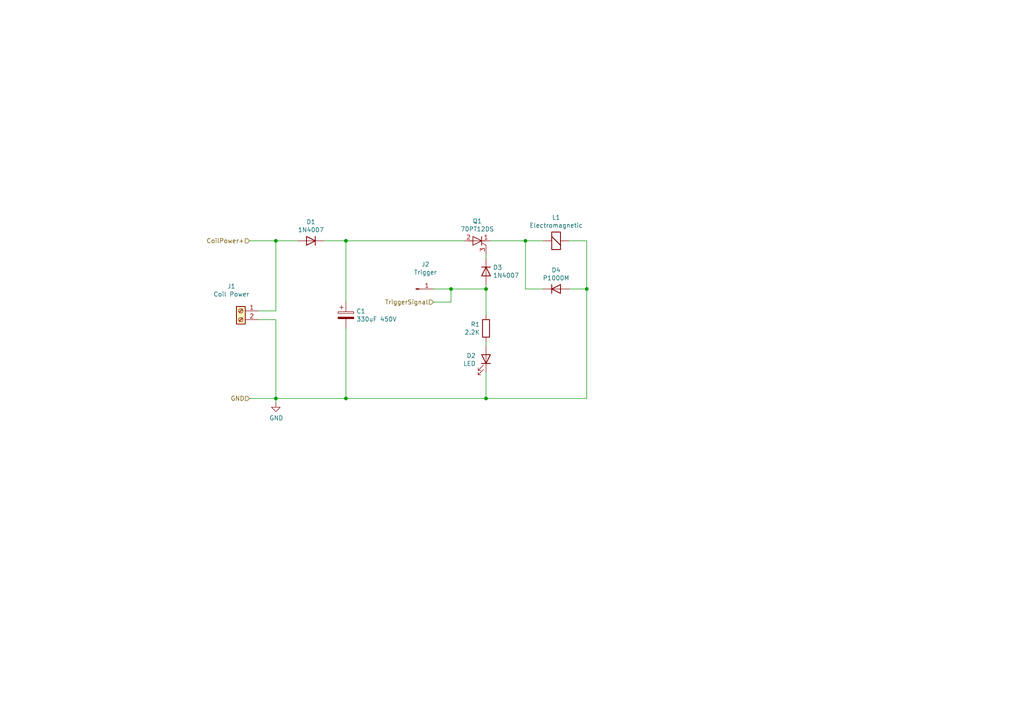
<source format=kicad_sch>
(kicad_sch (version 20211123) (generator eeschema)
  (paper "A4")
  (title_block (title "Coil Stage") (date "2021-05-20") (rev "1"))
  (lib_symbols
    (symbol "Device:C_Polarized" (pin_numbers hide) (pin_names (offset 0.254))
      (property "Reference" "C" (at 0.635 2.54 0))
      (property "Value" "C_Polarized" (at 0.635 -2.54 0))
      (symbol "C_Polarized_0_1"
        (rectangle (start -2.286 0.508) (end 2.286 1.016))
        (polyline (pts (xy -1.778 2.286) (xy -0.762 2.286)))
        (polyline (pts (xy -1.27 2.794) (xy -1.27 1.778)))
        (rectangle (start 2.286 -0.508) (end -2.286 -1.016) (fill (type outline)))
      )
      (symbol "C_Polarized_1_1"
        (pin passive line (at 0 3.81 270) (length 2.794) (name "~") (number "1"))
        (pin passive line (at 0 -3.81 90) (length 2.794) (name "~") (number "2"))
      )
    )
    (symbol "CoilStage-rescue:Electromagnetic_Actor-Device" (pin_numbers hide) (pin_names (offset 0.0254) hide)
      (property "Reference" "L" (at 1.27 3.81 0))
      (property "Value" "Electromagnetic_Actor-Device" (at 1.27 -1.27 0))
      (symbol "Electromagnetic_Actor-Device_0_1"
        (rectangle (start -2.54 2.54) (end 2.54 0) (stroke (width 0.254)))
        (polyline (pts (xy -1.27 2.54) (xy 1.27 0)) (stroke (width 0.254)))
      )
      (symbol "Electromagnetic_Actor-Device_1_1"
        (pin passive line (at 0 5.08 270) (length 2.54) (name "-") (number "1"))
        (pin passive line (at 0 -2.54 90) (length 2.54) (name "+") (number "2"))
      )
    )
    (symbol "Connector:Conn_01x01_Male" (pin_names (offset 1.016) hide)
      (property "Reference" "J" (at 0 2.54 0))
      (property "Value" "Conn_01x01_Male" (at 0 -2.54 0))
      (symbol "Conn_01x01_Male_1_1"
        (polyline (pts (xy 1.27 0) (xy 0.8636 0)) (stroke (width 0.1524)))
        (rectangle (start 0.8636 0.127) (end 0 -0.127) (stroke (width 0.1524)) (fill (type outline)))
        (pin passive line (at 5.08 0 180) (length 3.81) (name "Pin_1") (number "1"))
      )
    )
    (symbol "Connector:Screw_Terminal_01x02" (pin_names (offset 1.016) hide)
      (property "Reference" "J" (at 0 2.54 0))
      (property "Value" "Screw_Terminal_01x02" (at 0 -5.08 0))
      (symbol "Screw_Terminal_01x02_1_1"
        (rectangle (start -1.27 1.27) (end 1.27 -3.81) (stroke (width 0.254)) (fill (type background)))
        (circle (center 0 -2.54) (radius 0.635) (stroke (width 0.1524)))
        (polyline (pts (xy -0.5334 -2.2098) (xy 0.3302 -3.048)) (stroke (width 0.1524)))
        (polyline (pts (xy -0.5334 0.3302) (xy 0.3302 -0.508)) (stroke (width 0.1524)))
        (polyline (pts (xy -0.3556 -2.032) (xy 0.508 -2.8702)) (stroke (width 0.1524)))
        (polyline (pts (xy -0.3556 0.508) (xy 0.508 -0.3302)) (stroke (width 0.1524)))
        (circle (center 0 0) (radius 0.635) (stroke (width 0.1524)))
        (pin passive line (at -5.08 0 0) (length 3.81) (name "Pin_1") (number "1"))
        (pin passive line (at -5.08 -2.54 0) (length 3.81) (name "Pin_2") (number "2"))
      )
    )
    (symbol "Device:D" (pin_numbers hide) (pin_names (offset 1.016) hide)
      (property "Reference" "D" (at 0 2.54 0))
      (property "Value" "D" (at 0 -2.54 0))
      (symbol "D_0_1"
        (polyline (pts (xy -1.27 1.27) (xy -1.27 -1.27)) (stroke (width 0.254)))
        (polyline (pts (xy 1.27 0) (xy -1.27 0)))
        (polyline (pts (xy 1.27 1.27) (xy 1.27 -1.27) (xy -1.27 0) (xy 1.27 1.27)) (stroke (width 0.254)))
      )
      (symbol "D_1_1"
        (pin passive line (at -3.81 0 0) (length 2.54) (name "K") (number "1"))
        (pin passive line (at 3.81 0 180) (length 2.54) (name "A") (number "2"))
      )
    )
    (symbol "Device:LED" (pin_numbers hide) (pin_names (offset 1.016) hide)
      (property "Reference" "D" (at 0 2.54 0))
      (property "Value" "LED" (at 0 -2.54 0))
      (symbol "LED_0_1"
        (polyline (pts (xy -1.27 -1.27) (xy -1.27 1.27)) (stroke (width 0.254)))
        (polyline (pts (xy -1.27 0) (xy 1.27 0)))
        (polyline (pts (xy 1.27 -1.27) (xy 1.27 1.27) (xy -1.27 0) (xy 1.27 -1.27)) (stroke (width 0.254)))
        (polyline (pts (xy -3.048 -0.762) (xy -4.572 -2.286) (xy -3.81 -2.286) (xy -4.572 -2.286) (xy -4.572 -1.524)))
        (polyline (pts (xy -1.778 -0.762) (xy -3.302 -2.286) (xy -2.54 -2.286) (xy -3.302 -2.286) (xy -3.302 -1.524)))
      )
      (symbol "LED_1_1"
        (pin passive line (at -3.81 0 0) (length 2.54) (name "K") (number "1"))
        (pin passive line (at 3.81 0 180) (length 2.54) (name "A") (number "2"))
      )
    )
    (symbol "Device:Q_SCR_KAG" (pin_names (offset 0) hide)
      (property "Reference" "D" (at 1.905 0.635 0))
      (property "Value" "Q_SCR_KAG" (at 1.905 -1.27 0))
      (symbol "Q_SCR_KAG_0_1"
        (polyline (pts (xy -1.27 -2.54) (xy -0.635 -1.27)))
        (polyline (pts (xy -1.27 -1.27) (xy 1.27 -1.27)) (stroke (width 0.2032)))
        (polyline (pts (xy 0 -2.54) (xy 0 2.54)))
        (polyline (pts (xy -1.27 1.27) (xy 1.27 1.27) (xy 0 -1.27) (xy -1.27 1.27)) (stroke (width 0.2032)))
      )
      (symbol "Q_SCR_KAG_1_1"
        (pin passive line (at 0 -3.81 90) (length 2.54) (name "K") (number "1"))
        (pin passive line (at 0 3.81 270) (length 2.54) (name "A") (number "2"))
        (pin input line (at -3.81 -2.54 0) (length 2.54) (name "G") (number "3"))
      )
    )
    (symbol "Device:R" (pin_numbers hide) (pin_names (offset 0))
      (property "Reference" "R" (at 2.032 0 90))
      (property "Value" "R" (at 0 0 90))
      (symbol "R_0_1"
        (rectangle (start -1.016 -2.54) (end 1.016 2.54) (stroke (width 0.254)))
      )
      (symbol "R_1_1"
        (pin passive line (at 0 3.81 270) (length 1.27) (name "~") (number "1"))
        (pin passive line (at 0 -3.81 90) (length 1.27) (name "~") (number "2"))
      )
    )
    (symbol "Diode:1N4007" (pin_numbers hide) (pin_names (offset 1.016) hide)
      (property "Reference" "D" (at 0 2.54 0))
      (property "Value" "1N4007" (at 0 -2.54 0))
      (symbol "1N4007_0_1"
        (polyline (pts (xy -1.27 1.27) (xy -1.27 -1.27)) (stroke (width 0.254)))
        (polyline (pts (xy 1.27 0) (xy -1.27 0)))
        (polyline (pts (xy 1.27 1.27) (xy 1.27 -1.27) (xy -1.27 0) (xy 1.27 1.27)) (stroke (width 0.254)))
      )
      (symbol "1N4007_1_1"
        (pin passive line (at -3.81 0 0) (length 2.54) (name "K") (number "1"))
        (pin passive line (at 3.81 0 180) (length 2.54) (name "A") (number "2"))
      )
    )
    (symbol "power:GND" (power) (pin_names (offset 0))
      (property "Value" "GND" (at 0 -3.81 0))
      (symbol "GND_0_1"
        (polyline (pts (xy 0 0) (xy 0 -1.27) (xy 1.27 -1.27) (xy 0 -2.54) (xy -1.27 -1.27) (xy 0 -1.27)))
      )
      (symbol "GND_1_1"
        (pin power_in line (at 0 0 270) (length 0) hide (name "GND") (number "1"))
      )
    )
  )
  (junction (at 130.81 83.82))
  (junction (at 80.01 115.57))
  (junction (at 140.97 115.57))
  (junction (at 140.97 83.82))
  (junction (at 100.33 69.85))
  (junction (at 80.01 69.85))
  (junction (at 152.4 69.85))
  (junction (at 170.18 83.82))
  (junction (at 100.33 115.57))
  (wire (pts (xy 142.24 69.85) (xy 152.4 69.85)))
  (wire (pts (xy 72.39 69.85) (xy 80.01 69.85)))
  (wire (pts (xy 86.36 69.85) (xy 80.01 69.85)))
  (wire (pts (xy 140.97 107.95) (xy 140.97 115.57)))
  (wire (pts (xy 130.81 83.82) (xy 130.81 87.63)))
  (wire (pts (xy 80.01 92.71) (xy 74.93 92.71)))
  (wire (pts (xy 100.33 115.57) (xy 140.97 115.57)))
  (wire (pts (xy 100.33 69.85) (xy 100.33 87.63)))
  (wire (pts (xy 93.98 69.85) (xy 100.33 69.85)))
  (wire (pts (xy 152.4 69.85) (xy 152.4 83.82)))
  (wire (pts (xy 140.97 82.55) (xy 140.97 83.82)))
  (wire (pts (xy 140.97 99.06) (xy 140.97 100.33)))
  (wire (pts (xy 140.97 83.82) (xy 140.97 91.44)))
  (wire (pts (xy 125.73 87.63) (xy 130.81 87.63)))
  (wire (pts (xy 130.81 83.82) (xy 140.97 83.82)))
  (wire (pts (xy 100.33 95.25) (xy 100.33 115.57)))
  (wire (pts (xy 165.1 83.82) (xy 170.18 83.82)))
  (wire (pts (xy 100.33 69.85) (xy 134.62 69.85)))
  (wire (pts (xy 140.97 115.57) (xy 170.18 115.57)))
  (wire (pts (xy 165.1 69.85) (xy 170.18 69.85)))
  (wire (pts (xy 80.01 115.57) (xy 72.39 115.57)))
  (wire (pts (xy 125.73 83.82) (xy 130.81 83.82)))
  (wire (pts (xy 140.97 73.66) (xy 140.97 74.93)))
  (wire (pts (xy 80.01 90.17) (xy 74.93 90.17)))
  (wire (pts (xy 80.01 115.57) (xy 100.33 115.57)))
  (wire (pts (xy 152.4 69.85) (xy 157.48 69.85)))
  (wire (pts (xy 157.48 83.82) (xy 152.4 83.82)))
  (wire (pts (xy 170.18 83.82) (xy 170.18 115.57)))
  (wire (pts (xy 80.01 116.84) (xy 80.01 115.57)))
  (wire (pts (xy 80.01 69.85) (xy 80.01 90.17)))
  (wire (pts (xy 170.18 69.85) (xy 170.18 83.82)))
  (wire (pts (xy 80.01 92.71) (xy 80.01 115.57)))
  (hierarchical_label "TriggerSignal" (shape input) (at 125.73 87.63 180))
  (hierarchical_label "GND" (shape input) (at 72.39 115.57 180))
  (hierarchical_label "CoilPower+" (shape input) (at 72.39 69.85 180))
  (symbol (lib_id "Connector:Screw_Terminal_01x02") (at 69.85 90.17 0) (mirror y) (unit 1)
    (property "Reference" "J1" (at 67.1068 83.0326 0))
    (property "Value" "Coil Power" (at 67.1068 85.344 0))
    (property "Footprint" "TerminalBlock:TerminalBlock_bornier-2_P5.08mm" (effects hide))
  )
  (symbol (lib_id "Device:D") (at 161.29 83.82 0) (unit 1)
    (property "Reference" "D4" (at 161.29 78.3336 0))
    (property "Value" "P1000M" (at 161.29 80.645 0))
    (property "Footprint" "Diode_THT:D_P600_R-6_P12.70mm_Horizontal" (effects hide))
    (property "Datasheet" "https://diotec.com/tl_files/diotec/files/pdf/datasheets/p1000a.pdf" (effects hide))
  )
  (symbol (lib_id "CoilStage-rescue:Electromagnetic_Actor-Device") (at 162.56 69.85 90) (mirror x) (unit 1)
    (property "Reference" "L1" (at 161.29 63.0682 90))
    (property "Value" "Electromagnetic" (at 161.29 65.3796 90))
    (property "Footprint" "TestPoint:TestPoint_2Pads_Pitch5.08mm_Drill1.3mm" (effects hide))
  )
  (symbol (lib_id "Device:C_Polarized") (at 100.33 91.44 0) (unit 1)
    (property "Reference" "C1" (at 103.3272 90.2716 0) (effects (justify left)))
    (property "Value" "330uF 450V" (at 103.3272 92.583 0) (effects (justify left)))
    (property "Footprint" "Capacitor_THT:CP_Radial_D30.0mm_P10.00mm_SnapIn" (effects hide))
  )
  (symbol (lib_id "Device:R") (at 140.97 95.25 0) (mirror y) (unit 1)
    (property "Reference" "R1" (at 139.192 94.0816 0) (effects (justify left)))
    (property "Value" "2.2K" (at 139.192 96.393 0) (effects (justify left)))
    (property "Footprint" "Resistor_THT:R_Axial_DIN0207_L6.3mm_D2.5mm_P7.62mm_Horizontal" (effects hide))
  )
  (symbol (lib_id "Device:LED") (at 140.97 104.14 270) (mirror x) (unit 1)
    (property "Reference" "D2" (at 137.9982 103.1494 90) (effects (justify right)))
    (property "Value" "LED" (at 137.9982 105.4608 90) (effects (justify right)))
    (property "Footprint" "LED_THT:LED_D3.0mm_FlatTop" (effects hide))
  )
  (symbol (lib_id "Connector:Conn_01x01_Male") (at 120.65 83.82 0) (unit 1)
    (property "Reference" "J2" (at 123.3932 76.6826 0))
    (property "Value" "Trigger" (at 123.3932 78.994 0))
    (property "Footprint" "Connector_PinHeader_2.54mm:PinHeader_1x01_P2.54mm_Vertical" (effects hide))
  )
  (symbol (lib_id "Device:Q_SCR_KAG") (at 138.43 69.85 90) (unit 1)
    (property "Reference" "Q1" (at 138.43 64.135 90))
    (property "Value" "70PT12DS" (at 138.43 66.4464 90))
    (property "Footprint" "Package_TO_SOT_THT:TO-247-3_Vertical" (effects hide))
    (property "Datasheet" "https://www.nellsemi.com/archive/doc/product/spe/70PTxxDS%20Series.pdf" (effects hide))
  )
  (symbol (lib_id "power:GND") (at 80.01 116.84 0) (unit 1)
    (property "Reference" "#PWR0101" (effects hide))
    (property "Value" "GND" (at 80.137 121.2342 0))
  )
  (symbol (lib_id "Diode:1N4007") (at 90.17 69.85 180) (unit 1)
    (property "Reference" "D1" (at 90.17 64.3636 0))
    (property "Value" "1N4007" (at 90.17 66.675 0))
    (property "Footprint" "Diode_THT:D_DO-41_SOD81_P10.16mm_Horizontal" (effects hide))
    (property "Datasheet" "http://www.vishay.com/docs/88503/1n4001.pdf" (effects hide))
  )
  (symbol (lib_id "Diode:1N4007") (at 140.97 78.74 270) (unit 1)
    (property "Reference" "D3" (at 142.9766 77.5716 90) (effects (justify left)))
    (property "Value" "1N4007" (at 142.9766 79.883 90) (effects (justify left)))
    (property "Footprint" "Diode_THT:D_DO-41_SOD81_P10.16mm_Horizontal" (effects hide))
    (property "Datasheet" "http://www.vishay.com/docs/88503/1n4001.pdf" (effects hide))
  )
)
</source>
